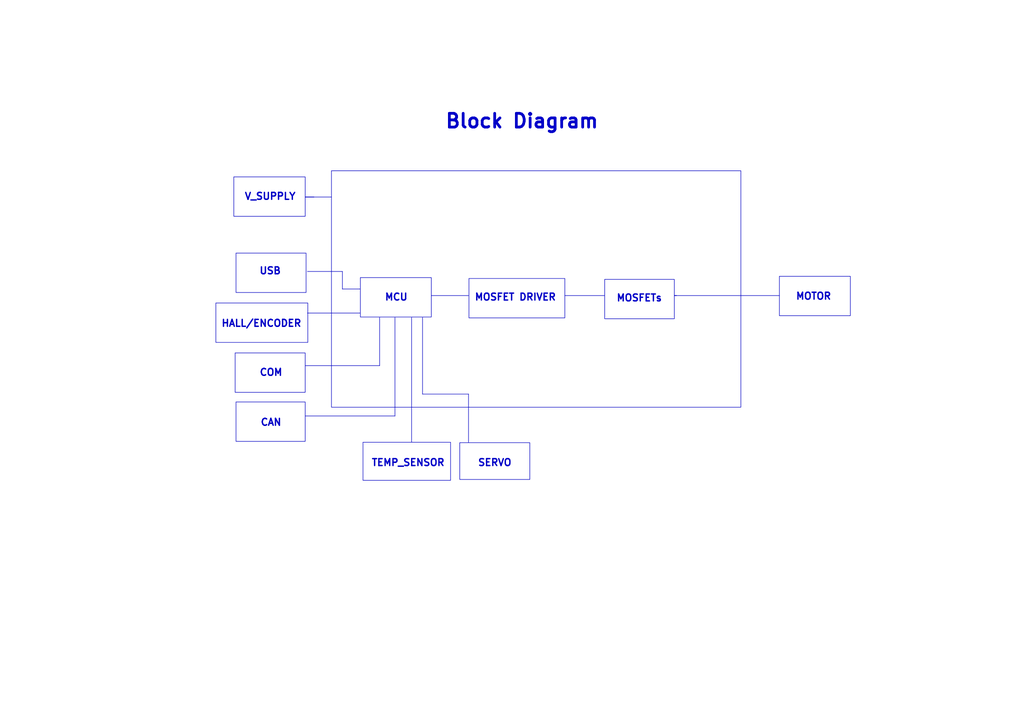
<source format=kicad_sch>
(kicad_sch
	(version 20231120)
	(generator "eeschema")
	(generator_version "8.0")
	(uuid "44ac860b-49ed-4c45-8900-aeb9a0fd9e44")
	(paper "A4")
	(title_block
		(title "Block Diagram")
		(rev "0")
	)
	(lib_symbols)
	(polyline
		(pts
			(xy 135.89 128.27) (xy 135.89 114.3)
		)
		(stroke
			(width 0)
			(type default)
		)
		(uuid "08fbe8a0-47d5-4613-b2b0-1569315fad1d")
	)
	(polyline
		(pts
			(xy 99.314 78.74) (xy 99.314 83.82)
		)
		(stroke
			(width 0)
			(type default)
		)
		(uuid "0d714b46-ce09-471e-90ca-f83b024ca215")
	)
	(polyline
		(pts
			(xy 163.83 85.725) (xy 175.26 85.725)
		)
		(stroke
			(width 0)
			(type default)
		)
		(uuid "132f0e4c-10d9-45fe-a84a-73228643a02f")
	)
	(polyline
		(pts
			(xy 99.314 83.82) (xy 104.394 83.82)
		)
		(stroke
			(width 0)
			(type default)
		)
		(uuid "43c79bf6-1205-43ed-8654-4b13d81ec5cf")
	)
	(polyline
		(pts
			(xy 110.109 92.075) (xy 110.109 106.045)
		)
		(stroke
			(width 0)
			(type default)
		)
		(uuid "4d0dd1d8-5096-46b1-b356-f2aaf570ff5f")
	)
	(polyline
		(pts
			(xy 119.38 92.075) (xy 119.38 128.27)
		)
		(stroke
			(width 0)
			(type default)
		)
		(uuid "6970c32a-1a5d-4b42-90b3-bc1c5a1f3d82")
	)
	(polyline
		(pts
			(xy 125.095 85.725) (xy 135.89 85.725)
		)
		(stroke
			(width 0)
			(type default)
		)
		(uuid "70473b74-d424-4386-a8ca-df9ca2d9780b")
	)
	(polyline
		(pts
			(xy 122.555 92.075) (xy 122.555 114.3)
		)
		(stroke
			(width 0)
			(type default)
		)
		(uuid "72d2966e-1ef0-48c6-a581-e6182e44403c")
	)
	(polyline
		(pts
			(xy 89.154 90.805) (xy 104.394 90.805)
		)
		(stroke
			(width 0)
			(type default)
		)
		(uuid "760b94f3-4318-4c8d-b5ba-4b736ebcc2cc")
	)
	(polyline
		(pts
			(xy 195.58 85.725) (xy 196.215 85.725)
		)
		(stroke
			(width 0)
			(type default)
		)
		(uuid "78d327a8-1178-4825-b3d9-8f130e5f89fa")
	)
	(polyline
		(pts
			(xy 135.89 114.3) (xy 122.555 114.3)
		)
		(stroke
			(width 0)
			(type default)
		)
		(uuid "8fa1331c-23d3-42ca-93f2-dc77d41e1311")
	)
	(polyline
		(pts
			(xy 88.519 106.045) (xy 110.109 106.045)
		)
		(stroke
			(width 0)
			(type default)
		)
		(uuid "9be020af-bb58-42a8-8def-9f9a62281e7c")
	)
	(polyline
		(pts
			(xy 114.554 92.075) (xy 114.554 120.65)
		)
		(stroke
			(width 0)
			(type default)
		)
		(uuid "a2a34757-ec7c-4737-ad59-6dc46f400cce")
	)
	(polyline
		(pts
			(xy 88.519 57.15) (xy 91.059 57.15)
		)
		(stroke
			(width 0)
			(type default)
		)
		(uuid "aab86655-8956-4c5c-9663-b40dcae639be")
	)
	(polyline
		(pts
			(xy 195.58 85.725) (xy 226.06 85.725)
		)
		(stroke
			(width 0)
			(type default)
		)
		(uuid "b65fe1a6-91ff-4c81-9c98-c758125345ab")
	)
	(polyline
		(pts
			(xy 88.519 120.65) (xy 114.554 120.65)
		)
		(stroke
			(width 0)
			(type default)
		)
		(uuid "bf1168b4-b64f-4838-9dca-392d62144e56")
	)
	(polyline
		(pts
			(xy 89.154 78.74) (xy 99.314 78.74)
		)
		(stroke
			(width 0)
			(type default)
		)
		(uuid "cf68b1e6-16af-4c71-a7a5-04922b841548")
	)
	(polyline
		(pts
			(xy 88.519 57.15) (xy 96.139 57.15)
		)
		(stroke
			(width 0)
			(type default)
		)
		(uuid "dfe89015-3b61-470c-8b47-59408b7eee3a")
	)
	(rectangle
		(start 62.611 87.884)
		(end 89.281 99.314)
		(stroke
			(width 0)
			(type default)
		)
		(fill
			(type none)
		)
		(uuid 1759224f-32b4-463a-b33c-a41dc861dcec)
	)
	(rectangle
		(start 175.387 81.026)
		(end 195.58 92.456)
		(stroke
			(width 0)
			(type default)
		)
		(fill
			(type none)
		)
		(uuid 286e3733-e874-41cb-995b-7af10901d134)
	)
	(rectangle
		(start 105.283 128.27)
		(end 130.683 139.319)
		(stroke
			(width 0)
			(type default)
		)
		(fill
			(type none)
		)
		(uuid 32bce581-10ca-486a-9f5e-3235c91884e4)
	)
	(rectangle
		(start 67.818 51.308)
		(end 88.519 62.738)
		(stroke
			(width 0)
			(type default)
		)
		(fill
			(type none)
		)
		(uuid 33d67ac6-3284-4367-ac67-8524fe4a6454)
	)
	(rectangle
		(start 133.35 128.397)
		(end 153.67 139.065)
		(stroke
			(width 0)
			(type default)
		)
		(fill
			(type none)
		)
		(uuid 44b94eaf-88a8-42cf-ae0c-a4af10680db1)
	)
	(rectangle
		(start 136.017 80.772)
		(end 163.83 92.202)
		(stroke
			(width 0)
			(type default)
		)
		(fill
			(type none)
		)
		(uuid 66330867-5b63-4153-8b1f-b68ec300cf72)
	)
	(rectangle
		(start 104.521 80.518)
		(end 125.095 91.948)
		(stroke
			(width 0)
			(type default)
		)
		(fill
			(type none)
		)
		(uuid 7162f01b-cc74-4ea7-a561-bbe321a9ab26)
	)
	(rectangle
		(start 68.199 102.362)
		(end 88.519 113.792)
		(stroke
			(width 0)
			(type default)
		)
		(fill
			(type none)
		)
		(uuid 7e86918c-668c-4f05-af0c-074b408eeea8)
	)
	(rectangle
		(start 68.453 73.406)
		(end 88.773 84.836)
		(stroke
			(width 0)
			(type default)
		)
		(fill
			(type none)
		)
		(uuid aeba9573-fd37-4bfc-a6e2-a4eceebf7861)
	)
	(rectangle
		(start 96.139 49.53)
		(end 214.884 118.11)
		(stroke
			(width 0)
			(type default)
		)
		(fill
			(type none)
		)
		(uuid c1bb06b5-8185-4745-95f4-d596f8736989)
	)
	(rectangle
		(start 68.453 116.586)
		(end 88.519 128.016)
		(stroke
			(width 0)
			(type default)
		)
		(fill
			(type none)
		)
		(uuid cb70283d-36a2-4dcc-baee-36da699771f9)
	)
	(rectangle
		(start 226.06 80.137)
		(end 246.634 91.567)
		(stroke
			(width 0)
			(type default)
		)
		(fill
			(type none)
		)
		(uuid dcf8d536-2b38-45a4-9a01-792408f11eac)
	)
	(text "${TITLE}"
		(exclude_from_sim no)
		(at 151.384 35.306 0)
		(effects
			(font
				(size 4 4)
				(thickness 0.8)
				(bold yes)
			)
		)
		(uuid "2ed3d07b-08b0-4675-a156-244a8d96c21b")
	)
	(text "MOSFETs"
		(exclude_from_sim no)
		(at 185.42 86.614 0)
		(effects
			(font
				(size 2 2)
				(bold yes)
			)
		)
		(uuid "4dc9ee7a-0929-4e50-9076-a9ff2050e4c8")
	)
	(text "MCU"
		(exclude_from_sim no)
		(at 114.935 86.36 0)
		(effects
			(font
				(size 2 2)
				(bold yes)
			)
		)
		(uuid "62976d10-363f-46da-8f59-c37d4a1f80c6")
	)
	(text "MOSFET DRIVER"
		(exclude_from_sim no)
		(at 149.479 86.36 0)
		(effects
			(font
				(size 2 2)
				(bold yes)
			)
		)
		(uuid "6c079c27-d7f5-4324-b240-cca0f13b65de")
	)
	(text "HALL/ENCODER"
		(exclude_from_sim no)
		(at 75.819 93.98 0)
		(effects
			(font
				(size 2 2)
				(bold yes)
			)
		)
		(uuid "6eb551d6-e206-459e-a156-b310b34a9bc7")
	)
	(text "COM"
		(exclude_from_sim no)
		(at 78.613 108.204 0)
		(effects
			(font
				(size 2 2)
				(bold yes)
			)
		)
		(uuid "72cc88c1-181e-4cd0-8ce5-c22ccaa3fcd5")
	)
	(text "V_SUPPLY"
		(exclude_from_sim no)
		(at 78.359 57.15 0)
		(effects
			(font
				(size 2 2)
				(bold yes)
			)
		)
		(uuid "77e9d6f6-951d-4997-9155-940a0e2aa349")
	)
	(text "MOTOR"
		(exclude_from_sim no)
		(at 235.966 86.106 0)
		(effects
			(font
				(size 2 2)
				(bold yes)
			)
		)
		(uuid "ab012c15-5abb-4116-bb53-0ca08f4fd4c3")
	)
	(text "CAN"
		(exclude_from_sim no)
		(at 78.613 122.682 0)
		(effects
			(font
				(size 2 2)
				(bold yes)
			)
		)
		(uuid "c2c85b0e-e98e-40b0-a3af-e564a35eceaf")
	)
	(text "SERVO"
		(exclude_from_sim no)
		(at 143.51 134.366 0)
		(effects
			(font
				(size 2 2)
				(bold yes)
			)
		)
		(uuid "e3a597d6-109e-4e9e-a816-b084e4afafe4")
	)
	(text "TEMP_SENSOR"
		(exclude_from_sim no)
		(at 118.364 134.366 0)
		(effects
			(font
				(size 2 2)
				(bold yes)
			)
		)
		(uuid "eeed1d49-0156-457a-a7a5-3c570e966093")
	)
	(text "USB"
		(exclude_from_sim no)
		(at 78.359 78.74 0)
		(effects
			(font
				(size 2 2)
				(bold yes)
			)
		)
		(uuid "f20ee07a-66d0-43bb-a1dc-205a08adff26")
	)
)

</source>
